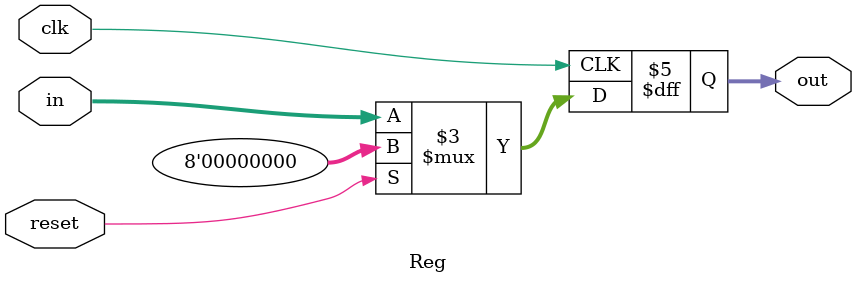
<source format=sv>
/*
Author: Ryan Pennell
*/
`ifndef _Reg_sv_
`define _Reg_sv_

module Reg #(
  parameter WIDTH = 8
)(
  out,
  in,
  clk,
  reset
);
  output reg [WIDTH-1:0] out;
  input wire [WIDTH-1:0] in;
  input wire clk, reset;

  always @ (posedge clk)
  begin
    if (reset)
      out = {WIDTH{1'b0}};
    else
      out = in;
  end
endmodule

`endif

</source>
